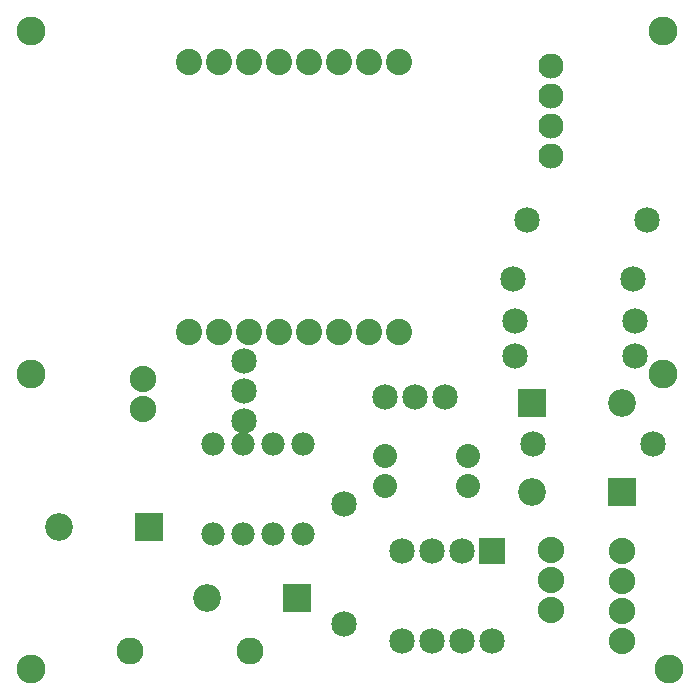
<source format=gts>
G04 MADE WITH FRITZING*
G04 WWW.FRITZING.ORG*
G04 DOUBLE SIDED*
G04 HOLES PLATED*
G04 CONTOUR ON CENTER OF CONTOUR VECTOR*
%ASAXBY*%
%FSLAX23Y23*%
%MOIN*%
%OFA0B0*%
%SFA1.0B1.0*%
%ADD10C,0.085000*%
%ADD11C,0.078000*%
%ADD12C,0.080000*%
%ADD13C,0.092000*%
%ADD14C,0.090000*%
%ADD15C,0.087778*%
%ADD16C,0.088000*%
%ADD17C,0.083889*%
%ADD18C,0.096614*%
%ADD19R,0.092000X0.092000*%
%ADD20R,0.085000X0.085000*%
%LNMASK1*%
G90*
G70*
G54D10*
X793Y1098D03*
X793Y998D03*
X793Y898D03*
X1466Y976D03*
X1366Y976D03*
X1266Y976D03*
X1758Y819D03*
X2158Y819D03*
X1699Y1114D03*
X2099Y1114D03*
G54D11*
X990Y819D03*
X890Y819D03*
X790Y819D03*
X690Y819D03*
X690Y519D03*
X790Y519D03*
X890Y519D03*
X990Y519D03*
X990Y819D03*
X890Y819D03*
X790Y819D03*
X690Y819D03*
X690Y519D03*
X790Y519D03*
X890Y519D03*
X990Y519D03*
G54D12*
X1266Y780D03*
X1266Y680D03*
G54D13*
X970Y307D03*
X672Y307D03*
G54D14*
X413Y130D03*
X813Y130D03*
G54D15*
X1312Y2094D03*
X1212Y2094D03*
X1112Y2094D03*
X1012Y2094D03*
X912Y2094D03*
X812Y2094D03*
X712Y2094D03*
X612Y2094D03*
X612Y1194D03*
X712Y1194D03*
X812Y1194D03*
X912Y1194D03*
X1012Y1194D03*
X1112Y1194D03*
X1212Y1194D03*
X1312Y1194D03*
G54D16*
X2053Y465D03*
X2053Y365D03*
X2053Y265D03*
X2053Y165D03*
X459Y937D03*
X459Y1037D03*
X1817Y268D03*
X1817Y368D03*
X1817Y468D03*
G54D17*
X1817Y2079D03*
X1817Y1979D03*
X1817Y1879D03*
X1817Y1779D03*
G54D13*
X478Y543D03*
X178Y543D03*
G54D10*
X1620Y465D03*
X1620Y165D03*
X1520Y465D03*
X1520Y165D03*
X1420Y465D03*
X1420Y165D03*
X1320Y465D03*
X1320Y165D03*
X1738Y1567D03*
X2138Y1567D03*
X1699Y1232D03*
X2099Y1232D03*
X2092Y1370D03*
X1692Y1370D03*
G54D13*
X1755Y957D03*
X2053Y957D03*
X2053Y661D03*
X1755Y661D03*
G54D10*
X1128Y622D03*
X1128Y222D03*
G54D12*
X1541Y681D03*
X1541Y781D03*
G54D18*
X85Y2197D03*
X85Y1055D03*
X2211Y71D03*
X85Y71D03*
X2191Y2197D03*
X2191Y1055D03*
G54D19*
X971Y307D03*
X478Y543D03*
G54D20*
X1620Y465D03*
G54D19*
X1754Y957D03*
X2054Y661D03*
G04 End of Mask1*
M02*
</source>
